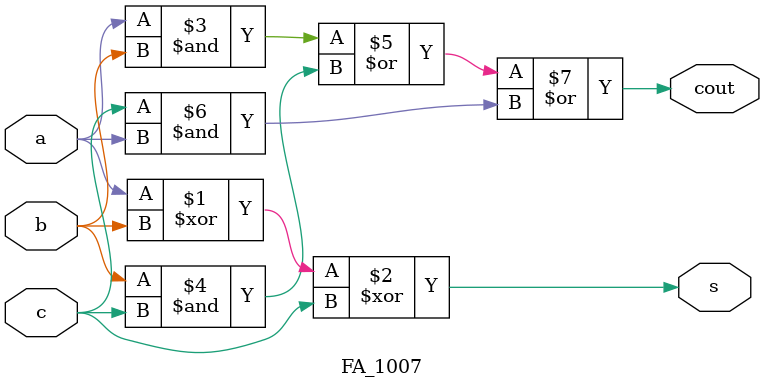
<source format=v>
`timescale 1ns / 1ps
module FA_1007(
    input a,
    input b,
    input c,
    output s,
    output cout
    );
	 assign s=a^b^c;
	 assign cout=(a&b)|(b&c)|(c&a);


endmodule

</source>
